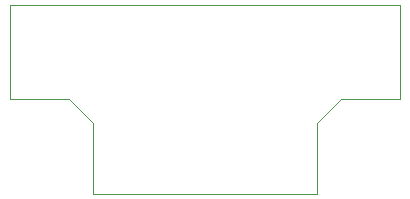
<source format=gbr>
G04 #@! TF.GenerationSoftware,KiCad,Pcbnew,(5.1.2-1)-1*
G04 #@! TF.CreationDate,2019-11-24T12:47:18+01:00*
G04 #@! TF.ProjectId,Amiga_DB23_RGBS_out,416d6967-615f-4444-9232-335f52474253,rev?*
G04 #@! TF.SameCoordinates,Original*
G04 #@! TF.FileFunction,Profile,NP*
%FSLAX46Y46*%
G04 Gerber Fmt 4.6, Leading zero omitted, Abs format (unit mm)*
G04 Created by KiCad (PCBNEW (5.1.2-1)-1) date 2019-11-24 12:47:18*
%MOMM*%
%LPD*%
G04 APERTURE LIST*
%ADD10C,0.050000*%
G04 APERTURE END LIST*
D10*
X118000000Y-58000000D02*
X116000000Y-60000000D01*
X95000000Y-58000000D02*
X97000000Y-60000000D01*
X116000000Y-66000000D02*
X97000000Y-66000000D01*
X116000000Y-60000000D02*
X116000000Y-66000000D01*
X123000000Y-58000000D02*
X118000000Y-58000000D01*
X97000000Y-60000000D02*
X97000000Y-66000000D01*
X90000000Y-58000000D02*
X95000000Y-58000000D01*
X90000000Y-50000000D02*
X90000000Y-58000000D01*
X123000000Y-50000000D02*
X123000000Y-58000000D01*
X90000000Y-50000000D02*
X123000000Y-50000000D01*
M02*

</source>
